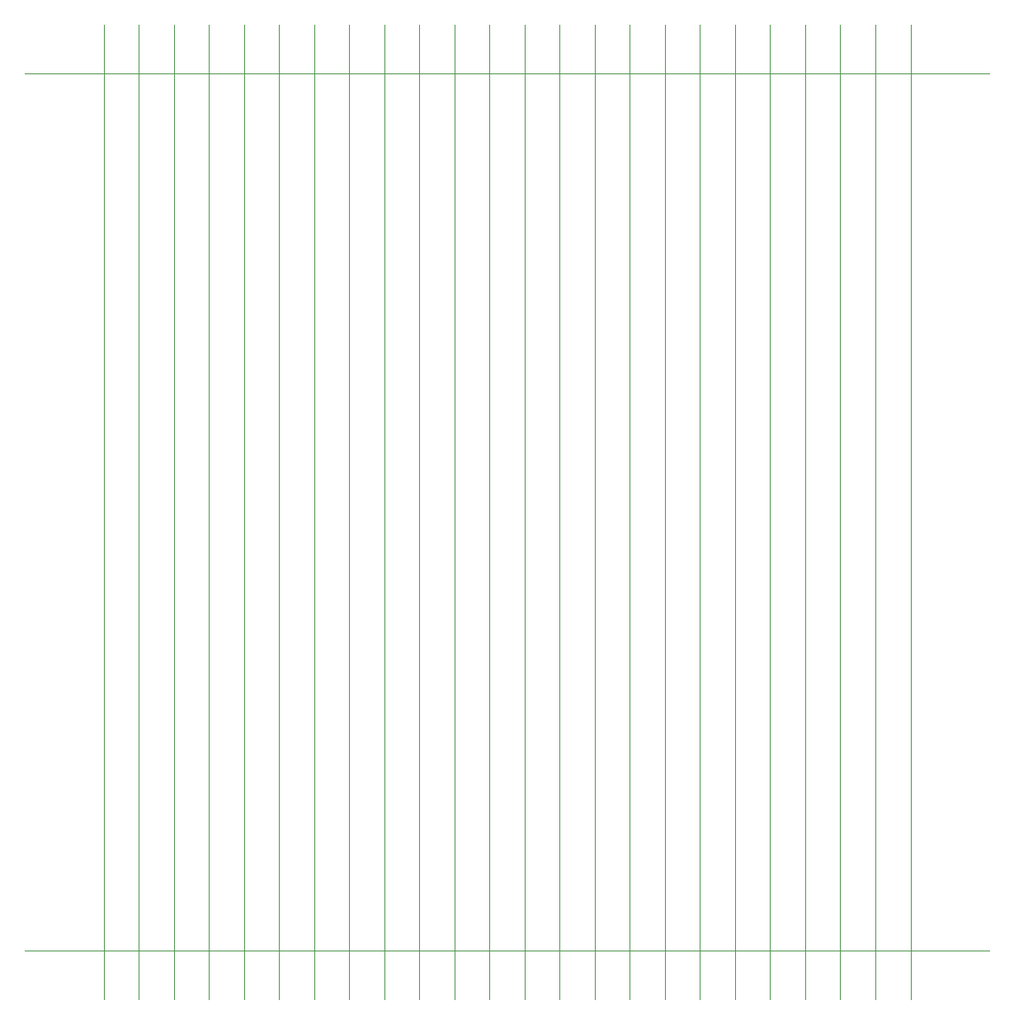
<source format=gbr>
%FSLAX34Y34*%
G04 Gerber Fmt 3.4, Leading zero omitted, Abs format*
G04 (created by PCBNEW (2014-05-17 BZR 4870)-product) date Sun 18 May 2014 04:38:21 PM CEST*
%MOIN*%
G01*
G70*
G90*
G04 APERTURE LIST*
%ADD10C,0.005906*%
%ADD11C,0.003937*%
G04 APERTURE END LIST*
G54D10*
G54D11*
X146417Y-32677D02*
X146417Y-72047D01*
X113818Y-32677D02*
X113818Y-72047D01*
X135078Y-32677D02*
X135078Y-72047D01*
X136496Y-72047D02*
X136496Y-32676D01*
X137913Y-32675D02*
X137913Y-72047D01*
X143582Y-32677D02*
X143582Y-72047D01*
X142165Y-72047D02*
X142165Y-32677D01*
X140748Y-32677D02*
X140748Y-72047D01*
X139330Y-32677D02*
X139330Y-72047D01*
X125157Y-32677D02*
X125157Y-72047D01*
X126574Y-32677D02*
X126574Y-72047D01*
X127992Y-72047D02*
X127992Y-32677D01*
X129409Y-32677D02*
X129409Y-72047D01*
X130826Y-32677D02*
X130826Y-72047D01*
X132244Y-72047D02*
X132244Y-32676D01*
X133661Y-32675D02*
X133661Y-72047D01*
X123740Y-32675D02*
X123740Y-72047D01*
X122322Y-72047D02*
X122322Y-32676D01*
X120905Y-32677D02*
X120905Y-72047D01*
X119488Y-32677D02*
X119488Y-72047D01*
X118070Y-72047D02*
X118070Y-32677D01*
X116653Y-32677D02*
X116653Y-72047D01*
X110629Y-70078D02*
X149606Y-70078D01*
X110629Y-34645D02*
X149606Y-34645D01*
X145000Y-72047D02*
X145000Y-32677D01*
X115236Y-32677D02*
X115236Y-72047D01*
M02*

</source>
